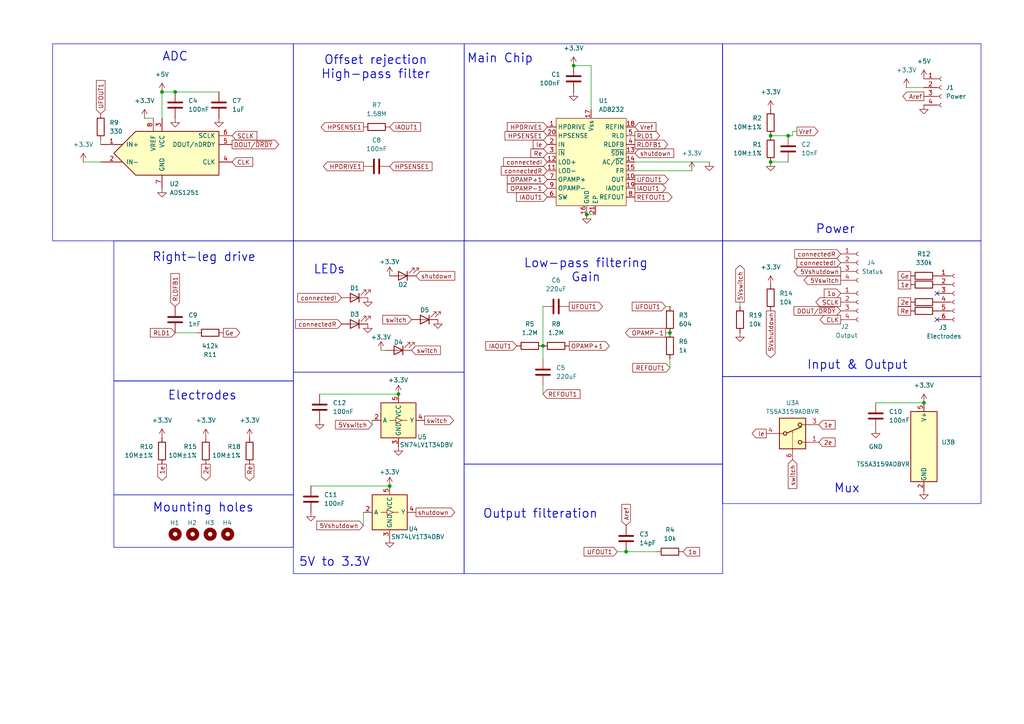
<source format=kicad_sch>
(kicad_sch (version 20231120) (generator "eeschema") (generator_version "8.0")
  (paper "A4")
  (title_block (title "Main BrainHat Bio-Potential Amplifier") (date "2024-09-27") (rev "R2") (company "BrainHat, LLC"))
  (lib_symbols
    (symbol "Analog_ADC:ADS1251" (pin_names (offset 1.016))
      (property "Reference" "U" (at -10.16 7.62 0))
      (property "Value" "ADS1251" (at 13.97 7.62 0))
      (symbol "ADS1251_0_1"
        (polyline (pts (xy 13.97 6.35) (xy -10.16 6.35) (xy -16.51 0) (xy -10.16 -6.35) (xy 11.43 -6.35) (xy 13.97 -6.35) (xy 13.97 6.35)) (stroke (width 0.254)) (fill (type background)))
      )
      (symbol "ADS1251_1_1"
        (pin input line (at -20.32 2.54 0) (length 6.35) (name "IN+") (number "1"))
        (pin input line (at -20.32 -2.54 0) (length 6.35) (name "IN-") (number "2"))
        (pin power_in line (at -2.54 10.16 270) (length 3.81) (name "VCC") (number "3"))
        (pin input line (at 17.78 -2.54 180) (length 3.81) (name "CLK") (number "4"))
        (pin output line (at 17.78 2.54 180) (length 3.81) (name "DOUT/nDRDY") (number "5"))
        (pin input line (at 17.78 5.08 180) (length 3.81) (name "SCLK") (number "6"))
        (pin power_in line (at -2.54 -10.16 90) (length 3.81) (name "GND") (number "7"))
        (pin input line (at -5.08 10.16 270) (length 3.81) (name "VREF") (number "8"))
      )
    )
    (symbol "Analog_Switch:TS5A3159ADBVR" (pin_names (offset 0.127))
      (property "Reference" "U" (at -3.175 4.699 0))
      (property "Value" "TS5A3159ADBVR" (at -3.175 2.921 0))
      (symbol "TS5A3159ADBVR_1_1"
        (rectangle (start -3.81 4.445) (end 3.81 -4.445) (stroke (width 0.254)) (fill (type background)))
        (circle (center -2.159 0) (radius 0.508) (stroke (width 0.254)))
        (polyline (pts (xy -5.08 0) (xy -2.794 0)))
        (polyline (pts (xy -1.651 0.127) (xy 2.54 1.905)) (stroke (width 0.254)))
        (polyline (pts (xy 0 -5.08) (xy 0 -4.572)))
        (polyline (pts (xy 0 -4.318) (xy 0 -4.064)))
        (polyline (pts (xy 0 -3.81) (xy 0 -3.556)))
        (polyline (pts (xy 0 -3.302) (xy 0 -3.048)))
        (polyline (pts (xy 0 -2.794) (xy 0 -2.54)))
        (polyline (pts (xy 0 -2.286) (xy 0 -2.032)))
        (polyline (pts (xy 0 -1.778) (xy 0 -1.524)))
        (polyline (pts (xy 0 -1.27) (xy 0 -1.016)))
        (polyline (pts (xy 0 -0.762) (xy 0 -0.508)))
        (polyline (pts (xy 0 -0.254) (xy 0 0)))
        (polyline (pts (xy 0 0.254) (xy 0 0.508)))
        (polyline (pts (xy 0 0.254) (xy 0 0.508)))
        (polyline (pts (xy 5.08 -2.54) (xy 2.794 -2.54)))
        (polyline (pts (xy 5.08 2.54) (xy 2.794 2.54)))
        (circle (center 2.159 -2.54) (radius 0.508) (stroke (width 0.254)))
        (circle (center 2.159 2.54) (radius 0.508) (stroke (width 0.254)))
        (pin passive line (at 7.62 -2.54 180) (length 2.54) (name "~") (number "1"))
        (pin passive line (at 7.62 2.54 180) (length 2.54) (name "~") (number "3"))
        (pin passive line (at -7.62 0 0) (length 2.54) (name "~") (number "4"))
        (pin input line (at 0 -7.62 90) (length 2.54) (name "~") (number "6"))
      )
      (symbol "TS5A3159ADBVR_2_0"
        (pin power_in line (at 0 -12.7 90) (length 2.54) (name "GND") (number "2"))
        (pin power_in line (at 0 12.7 270) (length 2.54) (name "V+") (number "5"))
      )
      (symbol "TS5A3159ADBVR_2_1"
        (rectangle (start -3.81 10.16) (end 3.81 -10.16) (stroke (width 0.254)) (fill (type background)))
      )
    )
    (symbol "Connector:Conn_01x04_Socket" (pin_names (offset 1.016) hide)
      (property "Reference" "J" (at 0 5.08 0))
      (property "Value" "Conn_01x04_Socket" (at 0 -7.62 0))
      (symbol "Conn_01x04_Socket_1_1"
        (arc (start 0 -4.572) (mid -0.5058 -5.08) (end 0 -5.588) (stroke (width 0.1524)))
        (arc (start 0 -2.032) (mid -0.5058 -2.54) (end 0 -3.048) (stroke (width 0.1524)))
        (polyline (pts (xy -1.27 -5.08) (xy -0.508 -5.08)) (stroke (width 0.1524)))
        (polyline (pts (xy -1.27 -2.54) (xy -0.508 -2.54)) (stroke (width 0.1524)))
        (polyline (pts (xy -1.27 0) (xy -0.508 0)) (stroke (width 0.1524)))
        (polyline (pts (xy -1.27 2.54) (xy -0.508 2.54)) (stroke (width 0.1524)))
        (arc (start 0 0.508) (mid -0.5058 0) (end 0 -0.508) (stroke (width 0.1524)))
        (arc (start 0 3.048) (mid -0.5058 2.54) (end 0 2.032) (stroke (width 0.1524)))
        (pin passive line (at -5.08 2.54 0) (length 3.81) (name "Pin_1") (number "1"))
        (pin passive line (at -5.08 0 0) (length 3.81) (name "Pin_2") (number "2"))
        (pin passive line (at -5.08 -2.54 0) (length 3.81) (name "Pin_3") (number "3"))
        (pin passive line (at -5.08 -5.08 0) (length 3.81) (name "Pin_4") (number "4"))
      )
    )
    (symbol "Connector:Conn_01x06_Socket" (pin_names (offset 1.016) hide)
      (property "Reference" "J" (at 0 7.62 0))
      (property "Value" "Conn_01x06_Socket" (at 0 -10.16 0))
      (symbol "Conn_01x06_Socket_1_1"
        (arc (start 0 -7.112) (mid -0.5058 -7.62) (end 0 -8.128) (stroke (width 0.1524)))
        (arc (start 0 -4.572) (mid -0.5058 -5.08) (end 0 -5.588) (stroke (width 0.1524)))
        (arc (start 0 -2.032) (mid -0.5058 -2.54) (end 0 -3.048) (stroke (width 0.1524)))
        (polyline (pts (xy -1.27 -7.62) (xy -0.508 -7.62)) (stroke (width 0.1524)))
        (polyline (pts (xy -1.27 -5.08) (xy -0.508 -5.08)) (stroke (width 0.1524)))
        (polyline (pts (xy -1.27 -2.54) (xy -0.508 -2.54)) (stroke (width 0.1524)))
        (polyline (pts (xy -1.27 0) (xy -0.508 0)) (stroke (width 0.1524)))
        (polyline (pts (xy -1.27 2.54) (xy -0.508 2.54)) (stroke (width 0.1524)))
        (polyline (pts (xy -1.27 5.08) (xy -0.508 5.08)) (stroke (width 0.1524)))
        (arc (start 0 0.508) (mid -0.5058 0) (end 0 -0.508) (stroke (width 0.1524)))
        (arc (start 0 3.048) (mid -0.5058 2.54) (end 0 2.032) (stroke (width 0.1524)))
        (arc (start 0 5.588) (mid -0.5058 5.08) (end 0 4.572) (stroke (width 0.1524)))
        (pin passive line (at -5.08 5.08 0) (length 3.81) (name "Pin_1") (number "1"))
        (pin passive line (at -5.08 2.54 0) (length 3.81) (name "Pin_2") (number "2"))
        (pin passive line (at -5.08 0 0) (length 3.81) (name "Pin_3") (number "3"))
        (pin passive line (at -5.08 -2.54 0) (length 3.81) (name "Pin_4") (number "4"))
        (pin passive line (at -5.08 -5.08 0) (length 3.81) (name "Pin_5") (number "5"))
        (pin passive line (at -5.08 -7.62 0) (length 3.81) (name "Pin_6") (number "6"))
      )
    )
    (symbol "Device:C" (pin_numbers hide) (pin_names (offset 0.254))
      (property "Reference" "C" (at 0.635 2.54 0))
      (property "Value" "C" (at 0.635 -2.54 0))
      (symbol "C_0_1"
        (polyline (pts (xy -2.032 -0.762) (xy 2.032 -0.762)) (stroke (width 0.508)))
        (polyline (pts (xy -2.032 0.762) (xy 2.032 0.762)) (stroke (width 0.508)))
      )
      (symbol "C_1_1"
        (pin passive line (at 0 3.81 270) (length 2.794) (name "~") (number "1"))
        (pin passive line (at 0 -3.81 90) (length 2.794) (name "~") (number "2"))
      )
    )
    (symbol "Device:LED" (pin_numbers hide) (pin_names (offset 1.016) hide)
      (property "Reference" "D" (at 0 2.54 0))
      (property "Value" "LED" (at 0 -2.54 0))
      (symbol "LED_0_1"
        (polyline (pts (xy -1.27 -1.27) (xy -1.27 1.27)) (stroke (width 0.254)))
        (polyline (pts (xy -1.27 0) (xy 1.27 0)))
        (polyline (pts (xy 1.27 -1.27) (xy 1.27 1.27) (xy -1.27 0) (xy 1.27 -1.27)) (stroke (width 0.254)))
        (polyline (pts (xy -3.048 -0.762) (xy -4.572 -2.286) (xy -3.81 -2.286) (xy -4.572 -2.286) (xy -4.572 -1.524)))
        (polyline (pts (xy -1.778 -0.762) (xy -3.302 -2.286) (xy -2.54 -2.286) (xy -3.302 -2.286) (xy -3.302 -1.524)))
      )
      (symbol "LED_1_1"
        (pin passive line (at -3.81 0 0) (length 2.54) (name "K") (number "1"))
        (pin passive line (at 3.81 0 180) (length 2.54) (name "A") (number "2"))
      )
    )
    (symbol "Device:R" (pin_numbers hide) (pin_names (offset 0))
      (property "Reference" "R" (at 2.032 0 90))
      (property "Value" "R" (at 0 0 90))
      (symbol "R_0_1"
        (rectangle (start -1.016 -2.54) (end 1.016 2.54) (stroke (width 0.254)))
      )
      (symbol "R_1_1"
        (pin passive line (at 0 3.81 270) (length 1.27) (name "~") (number "1"))
        (pin passive line (at 0 -3.81 90) (length 1.27) (name "~") (number "2"))
      )
    )
    (symbol "Logic_LevelTranslator:SN74LV1T34DBV"
      (property "Reference" "U" (at 5.08 6.35 0))
      (property "Value" "SN74LV1T34DBV" (at 5.08 3.81 0))
      (symbol "SN74LV1T34DBV_0_1"
        (rectangle (start -5.08 5.08) (end 5.08 -5.08) (stroke (width 0.254)) (fill (type background)))
        (polyline (pts (xy -0.762 0) (xy -2.54 0)))
        (polyline (pts (xy 1.016 0) (xy 2.54 0)))
      )
      (symbol "SN74LV1T34DBV_1_1"
        (polyline (pts (xy -0.762 -0.762) (xy -0.762 0.762) (xy 1.016 0) (xy -0.762 -0.762)))
        (pin no_connect line (at -5.08 2.54 0) (length 2.54) hide (name "NC") (number "1"))
        (pin input line (at -7.62 0 0) (length 2.54) (name "A") (number "2"))
        (pin power_in line (at 0 -7.62 90) (length 2.54) (name "GND") (number "3"))
        (pin output line (at 7.62 0 180) (length 2.54) (name "Y") (number "4"))
        (pin power_in line (at 0 7.62 270) (length 2.54) (name "VCC") (number "5"))
      )
    )
    (symbol "Mechanical:MountingHole" (pin_names (offset 1.016)) (exclude_from_sim yes) (in_bom no)
      (property "Reference" "H" (at 0 5.08 0))
      (property "Value" "MountingHole" (at 0 3.175 0))
      (symbol "MountingHole_0_1"
        (circle (center 0 0) (radius 1.27) (stroke (width 1.27)))
      )
    )
    (symbol "Personal:AD8232"
      (property "Reference" "U" (at 0 0 0))
      (property "Value" "AD8232" (at 0 4.826 0))
      (symbol "AD8232_0_1"
        (rectangle (start -10.16 12.7) (end 10.16 -12.7) (fill (type background)))
      )
      (symbol "AD8232_1_1"
        (pin output line (at -12.7 10.16 0) (length 2.54) (name "HPDRIVE") (number "1"))
        (pin output line (at 12.7 -5.08 180) (length 2.54) (name "OUT") (number "10"))
        (pin output line (at -12.7 -2.54 0) (length 2.54) (name "LOD-") (number "11"))
        (pin output line (at -12.7 0 0) (length 2.54) (name "LOD+") (number "12"))
        (pin input line (at 12.7 2.54 180) (length 2.54) (name "~{SDN}") (number "13"))
        (pin input line (at 12.7 0 180) (length 2.54) (name "AC/~{DC}") (number "14"))
        (pin input line (at 12.7 -2.54 180) (length 2.54) (name "FR") (number "15"))
        (pin power_in line (at -1.27 -15.24 90) (length 2.54) (name "GND") (number "16"))
        (pin power_in line (at 0 15.24 270) (length 2.54) (name "Vss") (number "17"))
        (pin input line (at 12.7 10.16 180) (length 2.54) (name "REFIN") (number "18"))
        (pin output line (at 12.7 -7.62 180) (length 2.54) (name "IAOUT") (number "19"))
        (pin input line (at -12.7 5.08 0) (length 2.54) (name "IN") (number "2"))
        (pin input line (at -12.7 7.62 0) (length 2.54) (name "HPSENSE") (number "20"))
        (pin passive line (at 1.27 -15.24 90) (length 2.54) (name "EP") (number "21"))
        (pin input line (at -12.7 2.54 0) (length 2.54) (name "~{IN}") (number "3"))
        (pin input line (at 12.7 5.08 180) (length 2.54) (name "RLDFB") (number "4"))
        (pin output line (at 12.7 7.62 180) (length 2.54) (name "RLD") (number "5"))
        (pin input line (at -12.7 -10.16 0) (length 2.54) (name "SW") (number "6"))
        (pin input line (at -12.7 -5.08 0) (length 2.54) (name "OPAMP+") (number "7"))
        (pin output line (at 12.7 -10.16 180) (length 2.54) (name "REFOUT") (number "8"))
        (pin input line (at -12.7 -7.62 0) (length 2.54) (name "OPAMP-") (number "9"))
      )
    )
    (symbol "power:+3.3V" (power) (pin_numbers hide) (pin_names (offset 0) hide)
      (property "Value" "+3.3V" (at 0 3.556 0))
      (symbol "+3.3V_0_1"
        (polyline (pts (xy -0.762 1.27) (xy 0 2.54)))
        (polyline (pts (xy 0 0) (xy 0 2.54)))
        (polyline (pts (xy 0 2.54) (xy 0.762 1.27)))
      )
      (symbol "+3.3V_1_1"
        (pin power_in line (at 0 0 90) (length 0) (name "~") (number "1"))
      )
    )
    (symbol "power:+5V" (power) (pin_numbers hide) (pin_names (offset 0) hide)
      (property "Value" "+5V" (at 0 3.556 0))
      (symbol "+5V_0_1"
        (polyline (pts (xy -0.762 1.27) (xy 0 2.54)))
        (polyline (pts (xy 0 0) (xy 0 2.54)))
        (polyline (pts (xy 0 2.54) (xy 0.762 1.27)))
      )
      (symbol "+5V_1_1"
        (pin power_in line (at 0 0 90) (length 0) (name "~") (number "1"))
      )
    )
    (symbol "power:GND" (power) (pin_numbers hide) (pin_names (offset 0) hide)
      (property "Value" "GND" (at 0 -3.81 0))
      (symbol "GND_0_1"
        (polyline (pts (xy 0 0) (xy 0 -1.27) (xy 1.27 -1.27) (xy 0 -2.54) (xy -1.27 -1.27) (xy 0 -1.27)))
      )
      (symbol "GND_1_1"
        (pin power_in line (at 0 0 270) (length 0) (name "~") (number "1"))
      )
    )
  )
  (junction (at 267.97 116.84))
  (junction (at 46.99 26.67))
  (junction (at 181.61 160.02))
  (junction (at 166.37 19.05))
  (junction (at 115.57 114.3))
  (junction (at 50.8 26.67))
  (junction (at 223.52 39.37))
  (junction (at 228.6 39.37))
  (junction (at 113.03 140.97))
  (junction (at 157.48 100.33))
  (junction (at 194.31 96.52))
  (junction (at 223.52 46.99))
  (junction (at 170.18 62.23))
  (no_connect (at 271.78 92.71))
  (no_connect (at 271.78 85.09))
  (wire (pts (xy 90.17 140.97) (xy 113.03 140.97)))
  (wire (pts (xy 229.87 39.37) (xy 228.6 39.37)))
  (wire (pts (xy 262.89 25.4) (xy 267.97 25.4)))
  (wire (pts (xy 107.95 123.19) (xy 107.95 121.92)))
  (wire (pts (xy 223.52 46.99) (xy 228.6 46.99)))
  (wire (pts (xy 29.21 40.64) (xy 29.21 41.91)))
  (wire (pts (xy 181.61 160.02) (xy 190.5 160.02)))
  (wire (pts (xy 46.99 26.67) (xy 46.99 34.29)))
  (wire (pts (xy 171.45 19.05) (xy 171.45 31.75)))
  (wire (pts (xy 170.18 62.23) (xy 172.72 62.23)))
  (wire (pts (xy 205.74 46.99) (xy 184.15 46.99)))
  (wire (pts (xy 223.52 39.37) (xy 228.6 39.37)))
  (wire (pts (xy 254 116.84) (xy 267.97 116.84)))
  (wire (pts (xy 229.87 38.1) (xy 229.87 39.37)))
  (wire (pts (xy 57.15 96.52) (xy 50.8 96.52)))
  (wire (pts (xy 200.66 49.53) (xy 184.15 49.53)))
  (wire (pts (xy 214.63 88.9) (xy 214.63 87.63)))
  (wire (pts (xy 46.99 26.67) (xy 50.8 26.67)))
  (wire (pts (xy 166.37 19.05) (xy 171.45 19.05)))
  (wire (pts (xy 194.31 88.9) (xy 193.04 88.9)))
  (wire (pts (xy 194.31 106.68) (xy 194.31 104.14)))
  (wire (pts (xy 41.91 34.29) (xy 44.45 34.29)))
  (wire (pts (xy 157.48 104.14) (xy 157.48 100.33)))
  (wire (pts (xy 92.71 114.3) (xy 115.57 114.3)))
  (wire (pts (xy 157.48 88.9) (xy 157.48 100.33)))
  (wire (pts (xy 181.61 160.02) (xy 179.07 160.02)))
  (wire (pts (xy 105.41 152.4) (xy 105.41 148.59)))
  (wire (pts (xy 24.13 46.99) (xy 29.21 46.99)))
  (wire (pts (xy 110.49 101.6) (xy 111.76 101.6)))
  (wire (pts (xy 194.31 96.52) (xy 193.04 96.52)))
  (wire (pts (xy 157.48 114.3) (xy 157.48 111.76)))
  (wire (pts (xy 50.8 26.67) (xy 63.5 26.67)))
  (wire (pts (xy 231.14 38.1) (xy 229.87 38.1)))
  (rectangle (start 209.55 69.85) (end 284.5308 109.22))
  (rectangle (start 134.62 12.7) (end 209.6008 69.85))
  (rectangle (start 85.09 107.95) (end 134.62 166.37))
  (rectangle (start 134.62 134.62) (end 209.6008 166.37))
  (rectangle (start 33.02 69.85) (end 85.09 110.49))
  (rectangle (start 209.55 12.7) (end 284.5308 69.85))
  (rectangle (start 33.02 143.51) (end 85.09 158.75))
  (rectangle (start 15.24 12.7) (end 85.09 69.85))
  (rectangle (start 33.02 110.49) (end 85.09 143.51))
  (rectangle (start 209.55 109.22) (end 284.5308 146.05))
  (rectangle (start 85.09 69.85) (end 134.62 107.95))
  (rectangle (start 134.62 69.85) (end 209.6008 134.62))
  (rectangle (start 85.09 12.7) (end 134.6708 69.85))
  (text "5V to 3.3V" (at 97.028 163.068 0) (effects (font (size 2.54 2.54) (thickness 0.254) (bold yes))))
  (text "Low-pass filtering\nGain" (at 169.926 78.486 0) (effects (font (size 2.54 2.54) (thickness 0.254) (bold yes))))
  (text "Mounting holes" (at 58.928 147.32 0) (effects (font (size 2.54 2.54) (thickness 0.254) (bold yes))))
  (text "Power" (at 242.316 66.548 0) (effects (font (size 2.54 2.54) (thickness 0.254) (bold yes))))
  (text "Output filteration" (at 156.718 149.098 0) (effects (font (size 2.54 2.54) (thickness 0.254) (bold yes))))
  (text "ADC" (at 50.8 16.51 0) (effects (font (size 2.54 2.54) (thickness 0.254) (bold yes))))
  (text "Right-leg drive" (at 59.182 74.676 0) (effects (font (size 2.54 2.54) (thickness 0.254) (bold yes))))
  (text "LEDs" (at 95.504 78.232 0) (effects (font (size 2.54 2.54) (thickness 0.254) (bold yes))))
  (text "Mux" (at 245.618 141.732 0) (effects (font (size 2.54 2.54) (thickness 0.254) (bold yes))))
  (text "Input & Output" (at 248.666 105.918 0) (effects (font (size 2.54 2.54) (thickness 0.254) (bold yes))))
  (text "Main Chip" (at 145.034 17.018 0) (effects (font (size 2.54 2.54) (thickness 0.254) (bold yes))))
  (text "Offset rejection\nHigh-pass filter" (at 108.966 19.558 0) (effects (font (size 2.54 2.54) (thickness 0.254) (bold yes))))
  (text "Electrodes" (at 58.674 114.808 0) (effects (font (size 2.54 2.54) (thickness 0.254) (bold yes))))
  (global_label "UFOUT1" (shape output) (at 184.15 52.07 0) (property "Intersheetrefs" "${INTERSHEET_REFS}" (effects (hide yes))))
  (global_label "Re" (shape passive) (at 264.16 90.17 180) (property "Intersheetrefs" "${INTERSHEET_REFS}" (effects (hide yes))))
  (global_label "connectedI" (shape input) (at 158.75 46.99 180) (property "Intersheetrefs" "${INTERSHEET_REFS}" (effects (hide yes))))
  (global_label "REFOUT1" (shape output) (at 184.15 57.15 0) (property "Intersheetrefs" "${INTERSHEET_REFS}" (effects (hide yes))))
  (global_label "SCLK" (shape input) (at 67.31 39.37 0) (property "Intersheetrefs" "${INTERSHEET_REFS}" (effects (hide yes))))
  (global_label "CLK" (shape input) (at 67.31 46.99 0) (property "Intersheetrefs" "${INTERSHEET_REFS}" (effects (hide yes))))
  (global_label "HPSENSE1" (shape input) (at 113.03 48.26 0) (property "Intersheetrefs" "${INTERSHEET_REFS}" (effects (hide yes))))
  (global_label "shutdown" (shape input) (at 120.65 80.01 0) (property "Intersheetrefs" "${INTERSHEET_REFS}" (effects (hide yes))))
  (global_label "UFOUT1" (shape input) (at 179.07 160.02 180) (property "Intersheetrefs" "${INTERSHEET_REFS}" (effects (hide yes))))
  (global_label "REFOUT1" (shape input) (at 194.31 106.68 180) (property "Intersheetrefs" "${INTERSHEET_REFS}" (effects (hide yes))))
  (global_label "Ie" (shape output) (at 222.25 125.73 180) (property "Intersheetrefs" "${INTERSHEET_REFS}" (effects (hide yes))))
  (global_label "Ge" (shape passive) (at 264.16 80.01 180) (property "Intersheetrefs" "${INTERSHEET_REFS}" (effects (hide yes))))
  (global_label "2e" (shape output) (at 59.69 134.62 270) (property "Intersheetrefs" "${INTERSHEET_REFS}" (effects (hide yes))))
  (global_label "shutdown" (shape output) (at 120.65 148.59 0) (property "Intersheetrefs" "${INTERSHEET_REFS}" (effects (hide yes))))
  (global_label "IAOUT1" (shape input) (at 113.03 36.83 0) (property "Intersheetrefs" "${INTERSHEET_REFS}" (effects (hide yes))))
  (global_label "5Vswitch" (shape output) (at 214.63 87.63 90) (property "Intersheetrefs" "${INTERSHEET_REFS}" (effects (hide yes))))
  (global_label "CLK" (shape output) (at 243.84 92.71 180) (property "Intersheetrefs" "${INTERSHEET_REFS}" (effects (hide yes))))
  (global_label "IAOUT1" (shape input) (at 149.86 100.33 180) (property "Intersheetrefs" "${INTERSHEET_REFS}" (effects (hide yes))))
  (global_label "RLDFB1" (shape input) (at 50.8 88.9 90) (property "Intersheetrefs" "${INTERSHEET_REFS}" (effects (hide yes))))
  (global_label "switch" (shape input) (at 119.38 101.6 0) (property "Intersheetrefs" "${INTERSHEET_REFS}" (effects (hide yes))))
  (global_label "Vref" (shape output) (at 231.14 38.1 0) (property "Intersheetrefs" "${INTERSHEET_REFS}" (effects (hide yes))))
  (global_label "RLD1" (shape output) (at 184.15 39.37 0) (property "Intersheetrefs" "${INTERSHEET_REFS}" (effects (hide yes))))
  (global_label "SCLK" (shape output) (at 243.84 87.63 180) (property "Intersheetrefs" "${INTERSHEET_REFS}" (effects (hide yes))))
  (global_label "connectedR" (shape input) (at 99.06 93.98 180) (property "Intersheetrefs" "${INTERSHEET_REFS}" (effects (hide yes))))
  (global_label "IAOUT1" (shape output) (at 184.15 54.61 0) (property "Intersheetrefs" "${INTERSHEET_REFS}" (effects (hide yes))))
  (global_label "1o" (shape input) (at 198.12 160.02 0) (property "Intersheetrefs" "${INTERSHEET_REFS}" (effects (hide yes))))
  (global_label "OPAMP-1" (shape input) (at 158.75 54.61 180) (property "Intersheetrefs" "${INTERSHEET_REFS}" (effects (hide yes))))
  (global_label "REFOUT1" (shape input) (at 157.48 114.3 0) (property "Intersheetrefs" "${INTERSHEET_REFS}" (effects (hide yes))))
  (global_label "1e" (shape input) (at 237.49 123.19 0) (property "Intersheetrefs" "${INTERSHEET_REFS}" (effects (hide yes))))
  (global_label "RLDFB1" (shape output) (at 184.15 41.91 0) (property "Intersheetrefs" "${INTERSHEET_REFS}" (effects (hide yes))))
  (global_label "Re" (shape input) (at 158.75 44.45 180) (property "Intersheetrefs" "${INTERSHEET_REFS}" (effects (hide yes))))
  (global_label "HPDRIVE1" (shape input) (at 158.75 36.83 180) (property "Intersheetrefs" "${INTERSHEET_REFS}" (effects (hide yes))))
  (global_label "Ge" (shape output) (at 64.77 96.52 0) (property "Intersheetrefs" "${INTERSHEET_REFS}" (effects (hide yes))))
  (global_label "OPAMP+1" (shape input) (at 158.75 52.07 180) (property "Intersheetrefs" "${INTERSHEET_REFS}" (effects (hide yes))))
  (global_label "2e" (shape passive) (at 264.16 87.63 180) (property "Intersheetrefs" "${INTERSHEET_REFS}" (effects (hide yes))))
  (global_label "connectedI" (shape input) (at 243.84 76.2 180) (property "Intersheetrefs" "${INTERSHEET_REFS}" (effects (hide yes))))
  (global_label "1e" (shape output) (at 46.99 134.62 270) (property "Intersheetrefs" "${INTERSHEET_REFS}" (effects (hide yes))))
  (global_label "5Vshutdown" (shape output) (at 223.52 90.17 270) (property "Intersheetrefs" "${INTERSHEET_REFS}" (effects (hide yes))))
  (global_label "Ie" (shape input) (at 158.75 41.91 180) (property "Intersheetrefs" "${INTERSHEET_REFS}" (effects (hide yes))))
  (global_label "connectedI" (shape input) (at 99.06 86.36 180) (property "Intersheetrefs" "${INTERSHEET_REFS}" (effects (hide yes))))
  (global_label "shutdown" (shape input) (at 184.15 44.45 0) (property "Intersheetrefs" "${INTERSHEET_REFS}" (effects (hide yes))))
  (global_label "2e" (shape input) (at 237.49 128.27 0) (property "Intersheetrefs" "${INTERSHEET_REFS}" (effects (hide yes))))
  (global_label "1o" (shape input) (at 243.84 85.09 180) (property "Intersheetrefs" "${INTERSHEET_REFS}" (effects (hide yes))))
  (global_label "IAOUT1" (shape input) (at 158.75 57.15 180) (property "Intersheetrefs" "${INTERSHEET_REFS}" (effects (hide yes))))
  (global_label "OPAMP+1" (shape output) (at 165.1 100.33 0) (property "Intersheetrefs" "${INTERSHEET_REFS}" (effects (hide yes))))
  (global_label "5Vshutdown" (shape output) (at 243.84 78.74 180) (property "Intersheetrefs" "${INTERSHEET_REFS}" (effects (hide yes))))
  (global_label "Vref" (shape input) (at 184.15 36.83 0) (property "Intersheetrefs" "${INTERSHEET_REFS}" (effects (hide yes))))
  (global_label "UFOUT1" (shape input) (at 193.04 88.9 180) (property "Intersheetrefs" "${INTERSHEET_REFS}" (effects (hide yes))))
  (global_label "OPAMP-1" (shape output) (at 193.04 96.52 180) (property "Intersheetrefs" "${INTERSHEET_REFS}" (effects (hide yes))))
  (global_label "5Vswitch" (shape input) (at 107.95 123.19 180) (property "Intersheetrefs" "${INTERSHEET_REFS}" (effects (hide yes))))
  (global_label "RLD1" (shape input) (at 50.8 96.52 180) (property "Intersheetrefs" "${INTERSHEET_REFS}" (effects (hide yes))))
  (global_label "UFOUT1" (shape output) (at 165.1 88.9 0) (property "Intersheetrefs" "${INTERSHEET_REFS}" (effects (hide yes))))
  (global_label "UFOUT1" (shape input) (at 29.21 33.02 90) (property "Intersheetrefs" "${INTERSHEET_REFS}" (effects (hide yes))))
  (global_label "DOUT{slash}~{DRDY}" (shape output) (at 67.31 41.91 0) (property "Intersheetrefs" "${INTERSHEET_REFS}" (effects (hide yes))))
  (global_label "switch" (shape input) (at 119.38 92.71 180) (property "Intersheetrefs" "${INTERSHEET_REFS}" (effects (hide yes))))
  (global_label "switch" (shape input) (at 229.87 133.35 270) (property "Intersheetrefs" "${INTERSHEET_REFS}" (effects (hide yes))))
  (global_label "connectedR" (shape input) (at 158.75 49.53 180) (property "Intersheetrefs" "${INTERSHEET_REFS}" (effects (hide yes))))
  (global_label "5Vshutdown" (shape input) (at 105.41 152.4 180) (property "Intersheetrefs" "${INTERSHEET_REFS}" (effects (hide yes))))
  (global_label "HPSENSE1" (shape output) (at 105.41 36.83 180) (property "Intersheetrefs" "${INTERSHEET_REFS}" (effects (hide yes))))
  (global_label "switch" (shape output) (at 123.19 121.92 0) (property "Intersheetrefs" "${INTERSHEET_REFS}" (effects (hide yes))))
  (global_label "Re" (shape output) (at 72.39 134.62 270) (property "Intersheetrefs" "${INTERSHEET_REFS}" (effects (hide yes))))
  (global_label "DOUT{slash}~{DRDY}" (shape input) (at 243.84 90.17 180) (property "Intersheetrefs" "${INTERSHEET_REFS}" (effects (hide yes))))
  (global_label "HPSENSE1" (shape input) (at 158.75 39.37 180) (property "Intersheetrefs" "${INTERSHEET_REFS}" (effects (hide yes))))
  (global_label "Aref" (shape input) (at 181.61 152.4 90) (property "Intersheetrefs" "${INTERSHEET_REFS}" (effects (hide yes))))
  (global_label "connectedR" (shape input) (at 243.84 73.66 180) (property "Intersheetrefs" "${INTERSHEET_REFS}" (effects (hide yes))))
  (global_label "1e" (shape passive) (at 264.16 82.55 180) (property "Intersheetrefs" "${INTERSHEET_REFS}" (effects (hide yes))))
  (global_label "5Vswitch" (shape output) (at 243.84 81.28 180) (property "Intersheetrefs" "${INTERSHEET_REFS}" (effects (hide yes))))
  (global_label "HPDRIVE1" (shape output) (at 105.41 48.26 180) (property "Intersheetrefs" "${INTERSHEET_REFS}" (effects (hide yes))))
  (global_label "Aref" (shape output) (at 267.97 27.94 180) (property "Intersheetrefs" "${INTERSHEET_REFS}" (effects (hide yes))))
  (symbol (lib_id "power:GND") (at 106.68 93.98 0) (unit 1)
    (property "Reference" "#PWR036" (effects (hide yes)))
    (property "Value" "GND" (effects (hide yes)))
    (property "Description" "Power symbol creates a global label with name \"GND\" , ground" (effects (hide yes)))
  )
  (symbol (lib_id "Device:R") (at 194.31 160.02 270) (unit 1)
    (property "Reference" "R4" (at 194.31 153.67 90))
    (property "Value" "10k" (at 194.31 156.21 90))
    (property "Footprint" "Resistor_SMD:R_1206_3216Metric" (effects (hide yes)))
    (property "Description" "Resistor, US symbol" (effects (hide yes)))
    (property "LCSC Part #" "C17902" (effects (hide yes)))
  )
  (symbol (lib_id "Device:R") (at 29.21 36.83 0) (unit 1)
    (property "Reference" "R9" (at 31.75 35.5599 0) (effects (justify left)))
    (property "Value" "330" (at 31.75 38.0999 0) (effects (justify left)))
    (property "Footprint" "Resistor_SMD:R_0402_1005Metric" (effects (hide yes)))
    (property "Description" "Resistor" (effects (hide yes)))
    (property "LCSC Part #" "C2906929" (effects (hide yes)))
  )
  (symbol (lib_id "power:+3.3V") (at 223.52 31.75 0) (unit 1)
    (property "Reference" "#PWR013" (effects (hide yes)))
    (property "Value" "+3.3V" (at 223.52 26.67 0))
    (property "Description" "Power symbol creates a global label with name \"+3.3V\"" (effects (hide yes)))
  )
  (symbol (lib_id "Device:C") (at 166.37 22.86 0) (mirror y) (unit 1)
    (property "Reference" "C1" (at 162.56 21.5899 0) (effects (justify left)))
    (property "Value" "100nF" (at 162.56 24.1299 0) (effects (justify left)))
    (property "Footprint" "Capacitor_SMD:C_1210_3225Metric" (effects (hide yes)))
    (property "Description" "Unpolarized capacitor" (effects (hide yes)))
    (property "LCSC Part #" "C569766" (effects (hide yes)))
  )
  (symbol (lib_id "power:GND") (at 254 124.46 0) (unit 1)
    (property "Reference" "#PWR09" (effects (hide yes)))
    (property "Value" "GND" (at 254 129.54 0))
    (property "Description" "Power symbol creates a global label with name \"GND\" , ground" (effects (hide yes)))
  )
  (symbol (lib_id "Device:C") (at 157.48 107.95 180) (unit 1)
    (property "Reference" "C5" (at 161.29 106.6799 0) (effects (justify right)))
    (property "Value" "220uF" (at 161.29 109.2199 0) (effects (justify right)))
    (property "Footprint" "Capacitor_SMD:C_Elec_6.3x5.4" (effects (hide yes)))
    (property "Description" "Unpolarized capacitor" (effects (hide yes)))
    (property "LCSC Part #" "C90275" (effects (hide yes)))
  )
  (symbol (lib_id "power:+3.3V") (at 59.69 127 0) (unit 1)
    (property "Reference" "#PWR023" (effects (hide yes)))
    (property "Value" "+3.3V" (at 59.69 121.92 0))
    (property "Description" "Power symbol creates a global label with name \"+3.3V\"" (effects (hide yes)))
  )
  (symbol (lib_id "Device:C") (at 109.22 48.26 90) (unit 1)
    (property "Reference" "C8" (at 109.22 40.64 90))
    (property "Value" "100nF" (at 109.22 43.18 90))
    (property "Footprint" "Capacitor_SMD:C_1210_3225Metric" (effects (hide yes)))
    (property "Description" "Unpolarized capacitor" (effects (hide yes)))
    (property "LCSC Part #" "C569766" (effects (hide yes)))
  )
  (symbol (lib_id "power:+3.3V") (at 113.03 140.97 0) (unit 1)
    (property "Reference" "#PWR025" (effects (hide yes)))
    (property "Value" "+3.3V" (at 109.982 136.906 0) (effects (justify left)))
    (property "Description" "Power symbol creates a global label with name \"+3.3V\"" (effects (hide yes)))
  )
  (symbol (lib_id "Device:LED") (at 123.19 92.71 180) (unit 1)
    (property "Reference" "D5" (at 123.19 89.916 0))
    (property "Value" "XL-1608UGC-04" (effects (hide yes)))
    (property "Footprint" "LED_SMD:LED_0603_1608Metric" (effects (hide yes)))
    (property "Description" "Light emitting diode" (effects (hide yes)))
    (property "LCSC Part #" "C965804" (effects (hide yes)))
  )
  (symbol (lib_id "power:+3.3V") (at 200.66 49.53 0) (unit 1)
    (property "Reference" "#PWR018" (effects (hide yes)))
    (property "Value" "+3.3V" (at 200.66 44.45 0))
    (property "Description" "Power symbol creates a global label with name \"+3.3V\"" (effects (hide yes)))
  )
  (symbol (lib_id "Device:C") (at 228.6 43.18 0) (unit 1)
    (property "Reference" "C2" (at 232.41 41.9099 0) (effects (justify left)))
    (property "Value" "10nF" (at 232.41 44.4499 0) (effects (justify left)))
    (property "Footprint" "Capacitor_THT:C_Disc_D12.0mm_W4.4mm_P7.75mm" (effects (hide yes)))
    (property "Description" "Unpolarized capacitor" (effects (hide yes)))
    (property "LCSC Part #" "C2896242" (effects (hide yes)))
  )
  (symbol (lib_id "Device:C") (at 63.5 30.48 0) (unit 1)
    (property "Reference" "C7" (at 67.31 29.2099 0) (effects (justify left)))
    (property "Value" "1uF" (at 67.31 31.7499 0) (effects (justify left)))
    (property "Footprint" "Capacitor_THT:C_Disc_D5.1mm_W3.2mm_P5.00mm" (effects (hide yes)))
    (property "Description" "Unpolarized capacitor" (effects (hide yes)))
    (property "LCSC Part #" "C2839237" (effects (hide yes)))
  )
  (symbol (lib_id "Analog_ADC:ADS1251") (at 49.53 44.45 0) (unit 1)
    (property "Reference" "U2" (at 49.1841 53.34 0) (effects (justify left)))
    (property "Value" "ADS1251" (at 49.1841 55.88 0) (effects (justify left)))
    (property "Footprint" "Package_SO:MSOP-8_3x3mm_P0.65mm" (effects (hide yes)))
    (property "Datasheet" "http://www.ti.com/lit/ds/symlink/ads1251.pdf" (effects (hide yes)))
    (property "Description" "Single channel 24-bit Analog to Digital Converter, 5V supply, differential input, 20kHz, 2-wire serial interface, SOIC-8" (effects (hide yes)))
  )
  (symbol (lib_id "power:+3.3V") (at 115.57 114.3 0) (unit 1)
    (property "Reference" "#PWR010" (effects (hide yes)))
    (property "Value" "+3.3V" (at 112.522 110.236 0) (effects (justify left)))
    (property "Description" "Power symbol creates a global label with name \"+3.3V\"" (effects (hide yes)))
  )
  (symbol (lib_id "Device:LED") (at 102.87 93.98 180) (unit 1)
    (property "Reference" "D3" (at 102.87 91.186 0))
    (property "Value" "XL-2012UWC" (effects (hide yes)))
    (property "Footprint" "LED_SMD:LED_0805_2012Metric" (effects (hide yes)))
    (property "Description" "Light emitting diode" (effects (hide yes)))
    (property "LCSC Part #" "C965818" (effects (hide yes)))
  )
  (symbol (lib_id "Device:R") (at 267.97 82.55 90) (unit 1)
    (property "Reference" "R13" (effects (hide yes)))
    (property "Value" "330k" (effects (hide yes)))
    (property "Footprint" "Resistor_SMD:R_0402_1005Metric" (effects (hide yes)))
    (property "Description" "Resistor" (effects (hide yes)))
    (property "LCSC Part #" " C3017599" (effects (hide yes)))
  )
  (symbol (lib_id "power:GND") (at 46.99 54.61 0) (unit 1)
    (property "Reference" "#PWR030" (effects (hide yes)))
    (property "Value" "GND" (effects (hide yes)))
    (property "Description" "Power symbol creates a global label with name \"GND\" , ground" (effects (hide yes)))
  )
  (symbol (lib_id "power:GND") (at 63.5 34.29 0) (mirror y) (unit 1)
    (property "Reference" "#PWR032" (effects (hide yes)))
    (property "Value" "GND" (effects (hide yes)))
    (property "Description" "Power symbol creates a global label with name \"GND\" , ground" (effects (hide yes)))
  )
  (symbol (lib_id "Personal:AD8232") (at 171.45 46.99 0) (unit 1)
    (property "Reference" "U1" (at 173.6441 29.21 0) (effects (justify left)))
    (property "Value" "AD8232" (at 173.6441 31.75 0) (effects (justify left)))
    (property "Footprint" "Package_CSP:LFCSP-20-1EP_4x4mm_P0.5mm_EP2.5x2.5mm" (effects (hide yes)))
    (property "Datasheet" "https://www.analog.com/media/en/technical-documentation/data-sheets/ad8232.pdf" (effects (hide yes)))
    (property "Description" "Integrated signal conditioning block for ECG and other biopotential measurement applications" (effects (hide yes)))
    (property "LCSC Part #" " C43216" (effects (hide yes)))
  )
  (symbol (lib_id "Device:C") (at 90.17 144.78 0) (unit 1)
    (property "Reference" "C11" (at 93.98 143.5099 0) (effects (justify left)))
    (property "Value" "100nF" (at 93.98 146.0499 0) (effects (justify left)))
    (property "Footprint" "Capacitor_SMD:C_1210_3225Metric" (effects (hide yes)))
    (property "Description" "Unpolarized capacitor" (effects (hide yes)))
    (property "LCSC Part #" "C569766" (effects (hide yes)))
  )
  (symbol (lib_id "Device:LED") (at 115.57 101.6 180) (unit 1)
    (property "Reference" "D4" (at 115.57 99.314 0))
    (property "Value" "XL-1608UGC-04" (effects (hide yes)))
    (property "Footprint" "LED_SMD:LED_0603_1608Metric" (effects (hide yes)))
    (property "Description" "Light emitting diode" (effects (hide yes)))
    (property "LCSC Part #" "C965804" (effects (hide yes)))
  )
  (symbol (lib_id "power:+3.3V") (at 46.99 127 0) (unit 1)
    (property "Reference" "#PWR021" (effects (hide yes)))
    (property "Value" "+3.3V" (at 46.99 121.92 0))
    (property "Description" "Power symbol creates a global label with name \"+3.3V\"" (effects (hide yes)))
  )
  (symbol (lib_id "power:+3.3V") (at 166.37 19.05 0) (unit 1)
    (property "Reference" "#PWR05" (effects (hide yes)))
    (property "Value" "+3.3V" (at 166.37 13.97 0))
    (property "Description" "Power symbol creates a global label with name \"+3.3V\"" (effects (hide yes)))
  )
  (symbol (lib_id "Device:LED") (at 102.87 86.36 180) (unit 1)
    (property "Reference" "D1" (at 102.87 83.566 0))
    (property "Value" "XL-2012UWC" (effects (hide yes)))
    (property "Footprint" "LED_SMD:LED_0805_2012Metric" (effects (hide yes)))
    (property "Description" "Light emitting diode" (effects (hide yes)))
    (property "LCSC Part #" "C965818" (effects (hide yes)))
  )
  (symbol (lib_id "power:+3.3V") (at 41.91 34.29 0) (unit 1)
    (property "Reference" "#PWR033" (effects (hide yes)))
    (property "Value" "+3.3V" (at 41.91 29.21 0))
    (property "Description" "Power symbol creates a global label with name \"+3.3V\"" (effects (hide yes)))
  )
  (symbol (lib_id "Device:C") (at 92.71 118.11 0) (unit 1)
    (property "Reference" "C12" (at 96.52 116.8399 0) (effects (justify left)))
    (property "Value" "100nF" (at 96.52 119.3799 0) (effects (justify left)))
    (property "Footprint" "Capacitor_SMD:C_1210_3225Metric" (effects (hide yes)))
    (property "Description" "Unpolarized capacitor" (effects (hide yes)))
    (property "LCSC Part #" "C569766" (effects (hide yes)))
  )
  (symbol (lib_id "Device:R") (at 194.31 92.71 0) (unit 1)
    (property "Reference" "R3" (at 196.85 91.4399 0) (effects (justify left)))
    (property "Value" "604" (at 196.85 93.9799 0) (effects (justify left)))
    (property "Footprint" "Resistor_SMD:R_0402_1005Metric" (effects (hide yes)))
    (property "Description" "Resistor" (effects (hide yes)))
    (property "LCSC Part #" "C2998094" (effects (hide yes)))
  )
  (symbol (lib_id "Device:R") (at 161.29 100.33 90) (unit 1)
    (property "Reference" "R8" (at 161.29 93.98 90))
    (property "Value" "1.2M" (at 161.29 96.52 90))
    (property "Footprint" "Resistor_SMD:R_0402_1005Metric" (effects (hide yes)))
    (property "Description" "Resistor" (effects (hide yes)))
    (property "LCSC Part #" " C43675" (effects (hide yes)))
  )
  (symbol (lib_id "power:+5V") (at 267.97 22.86 0) (unit 1)
    (property "Reference" "#PWR028" (effects (hide yes)))
    (property "Value" "+5V" (at 267.97 17.78 0))
    (property "Description" "Power symbol creates a global label with name \"+5V\"" (effects (hide yes)))
  )
  (symbol (lib_id "power:GND") (at 113.03 156.21 0) (unit 1)
    (property "Reference" "#PWR027" (effects (hide yes)))
    (property "Value" "GND" (effects (hide yes)))
    (property "Description" "Power symbol creates a global label with name \"GND\" , ground" (effects (hide yes)))
  )
  (symbol (lib_id "power:GND") (at 115.57 129.54 0) (unit 1)
    (property "Reference" "#PWR020" (effects (hide yes)))
    (property "Value" "GND" (effects (hide yes)))
    (property "Description" "Power symbol creates a global label with name \"GND\" , ground" (effects (hide yes)))
  )
  (symbol (lib_id "power:GND") (at 205.74 46.99 0) (unit 1)
    (property "Reference" "#PWR07" (effects (hide yes)))
    (property "Value" "GND" (effects (hide yes)))
    (property "Description" "Power symbol creates a global label with name \"GND\" , ground" (effects (hide yes)))
  )
  (symbol (lib_id "power:GND") (at 90.17 148.59 0) (unit 1)
    (property "Reference" "#PWR026" (effects (hide yes)))
    (property "Value" "GND" (effects (hide yes)))
    (property "Description" "Power symbol creates a global label with name \"GND\" , ground" (effects (hide yes)))
  )
  (symbol (lib_id "power:+5V") (at 46.99 26.67 0) (unit 1)
    (property "Reference" "#PWR029" (effects (hide yes)))
    (property "Value" "+5V" (at 46.99 21.59 0))
    (property "Description" "Power symbol creates a global label with name \"+5V\"" (effects (hide yes)))
  )
  (symbol (lib_id "Connector:Conn_01x06_Socket") (at 276.86 85.09 0) (unit 1)
    (property "Reference" "J3" (at 272.288 94.996 0) (effects (justify left)))
    (property "Value" "Electrodes" (at 268.732 97.536 0) (effects (justify left)))
    (property "Footprint" "Connector_PinHeader_2.54mm:PinHeader_1x06_P2.54mm_Vertical" (effects (hide yes)))
    (property "Description" "Generic connector, single row, 01x06, script generated" (effects (hide yes)))
    (property "LCSC Part #" " C7509518" (effects (hide yes)))
  )
  (symbol (lib_id "power:GND") (at 223.52 46.99 0) (unit 1)
    (property "Reference" "#PWR012" (effects (hide yes)))
    (property "Value" "GND" (effects (hide yes)))
    (property "Description" "Power symbol creates a global label with name \"GND\" , ground" (effects (hide yes)))
  )
  (symbol (lib_id "Device:R") (at 267.97 80.01 90) (unit 1)
    (property "Reference" "R12" (at 267.97 73.66 90))
    (property "Value" "330k" (at 267.97 76.2 90))
    (property "Footprint" "Resistor_SMD:R_0402_1005Metric" (effects (hide yes)))
    (property "Description" "Resistor" (effects (hide yes)))
    (property "LCSC Part #" " C3017599" (effects (hide yes)))
  )
  (symbol (lib_id "power:GND") (at 267.97 142.24 0) (unit 1)
    (property "Reference" "#PWR014" (effects (hide yes)))
    (property "Value" "GND" (effects (hide yes)))
    (property "Description" "Power symbol creates a global label with name \"GND\" , ground" (effects (hide yes)))
  )
  (symbol (lib_id "Device:C") (at 181.61 156.21 0) (unit 1)
    (property "Reference" "C3" (at 185.42 154.9399 0) (effects (justify left)))
    (property "Value" "14pF" (at 185.42 157.4799 0) (effects (justify left)))
    (property "Footprint" "Capacitor_SMD:C_0402_1005Metric" (effects (hide yes)))
    (property "Description" "Unpolarized capacitor" (effects (hide yes)))
    (property "LCSC Part #" "C3037644" (effects (hide yes)))
  )
  (symbol (lib_id "Device:R") (at 223.52 35.56 0) (mirror y) (unit 1)
    (property "Reference" "R2" (at 220.98 34.2899 0) (effects (justify left)))
    (property "Value" "10M±1%" (at 220.98 36.8299 0) (effects (justify left)))
    (property "Footprint" "Resistor_THT:R_Axial_DIN0309_L9.0mm_D3.2mm_P15.24mm_Horizontal" (effects (hide yes)))
    (property "Description" "Resistor" (effects (hide yes)))
    (property "LCSC Part #" "C2979775" (effects (hide yes)))
  )
  (symbol (lib_id "Logic_LevelTranslator:SN74LV1T34DBV") (at 115.57 121.92 0) (unit 1)
    (property "Reference" "U5" (at 122.428 126.746 0))
    (property "Value" "SN74LV1T34DBV" (at 123.698 129.032 0))
    (property "Footprint" "Package_TO_SOT_SMD:SOT-23-5" (effects (hide yes)))
    (property "Datasheet" "https://www.ti.com/lit/ds/symlink/sn74lv1t34.pdf" (effects (hide yes)))
    (property "Description" "Single Power Supply, Single Buffer GATE, CMOS Logic, Level Shifter, SOT-23-5" (effects (hide yes)))
    (property "LCSC Part #" "C100024" (effects (hide yes)))
  )
  (symbol (lib_id "Device:R") (at 46.99 130.81 0) (mirror y) (unit 1)
    (property "Reference" "R10" (at 44.45 129.5399 0) (effects (justify left)))
    (property "Value" "10M±1%" (at 44.45 132.0799 0) (effects (justify left)))
    (property "Footprint" "Resistor_THT:R_Axial_DIN0309_L9.0mm_D3.2mm_P15.24mm_Horizontal" (effects (hide yes)))
    (property "Description" "Resistor" (effects (hide yes)))
    (property "LCSC Part #" "C2979775" (effects (hide yes)))
  )
  (symbol (lib_id "power:GND") (at 267.97 30.48 0) (unit 1)
    (property "Reference" "#PWR01" (effects (hide yes)))
    (property "Value" "GND" (effects (hide yes)))
    (property "Description" "Power symbol creates a global label with name \"GND\" , ground" (effects (hide yes)))
  )
  (symbol (lib_id "power:GND") (at 170.18 62.23 0) (unit 1)
    (property "Reference" "#PWR04" (effects (hide yes)))
    (property "Value" "GND" (effects (hide yes)))
    (property "Description" "Power symbol creates a global label with name \"GND\" , ground" (effects (hide yes)))
  )
  (symbol (lib_id "power:GND") (at 214.63 96.52 0) (unit 1)
    (property "Reference" "#PWR011" (effects (hide yes)))
    (property "Value" "GND" (effects (hide yes)))
    (property "Description" "Power symbol creates a global label with name \"GND\" , ground" (effects (hide yes)))
  )
  (symbol (lib_id "power:+3.3V") (at 110.49 101.6 0) (unit 1)
    (property "Reference" "#PWR019" (effects (hide yes)))
    (property "Value" "+3.3V" (at 110.49 97.79 0))
    (property "Description" "Power symbol creates a global label with name \"+3.3V\"" (effects (hide yes)))
  )
  (symbol (lib_id "Device:R") (at 109.22 36.83 90) (unit 1)
    (property "Reference" "R7" (at 109.22 30.48 90))
    (property "Value" "1.58M" (at 109.22 33.02 90))
    (property "Footprint" "Resistor_SMD:R_0402_1005Metric" (effects (hide yes)))
    (property "Description" "Resistor" (effects (hide yes)))
    (property "LCSC Part #" "C368345" (effects (hide yes)))
  )
  (symbol (lib_id "power:+3.3V") (at 262.89 25.4 0) (unit 1)
    (property "Reference" "#PWR02" (effects (hide yes)))
    (property "Value" "+3.3V" (at 262.89 20.32 0))
    (property "Description" "Power symbol creates a global label with name \"+3.3V\"" (effects (hide yes)))
  )
  (symbol (lib_id "Device:C") (at 50.8 92.71 0) (unit 1)
    (property "Reference" "C9" (at 54.61 91.4399 0) (effects (justify left)))
    (property "Value" "1nF" (at 54.61 93.9799 0) (effects (justify left)))
    (property "Footprint" "Capacitor_THT:C_Disc_D6.0mm_W4.4mm_P5.00mm" (effects (hide yes)))
    (property "Description" "Unpolarized capacitor" (effects (hide yes)))
    (property "LCSC Part #" "C2887268" (effects (hide yes)))
  )
  (symbol (lib_id "power:+3.3V") (at 113.03 80.01 0) (unit 1)
    (property "Reference" "#PWR016" (effects (hide yes)))
    (property "Value" "+3.3V" (at 109.982 75.946 0) (effects (justify left)))
    (property "Description" "Power symbol creates a global label with name \"+3.3V\"" (effects (hide yes)))
  )
  (symbol (lib_id "Mechanical:MountingHole") (at 55.88 154.94 0) (unit 1) (exclude_from_sim yes) (in_bom no)
    (property "Reference" "H2" (at 54.356 151.638 0) (effects (justify left)))
    (property "Value" "MountingHole" (effects (hide yes)))
    (property "Footprint" "MountingHole:MountingHole_2.2mm_M2" (effects (hide yes)))
    (property "Description" "Mounting Hole without connection" (effects (hide yes)))
  )
  (symbol (lib_id "Device:LED") (at 116.84 80.01 180) (unit 1)
    (property "Reference" "D2" (at 116.84 82.55 0))
    (property "Value" "XL-1608UBC-04" (effects (hide yes)))
    (property "Footprint" "LED_SMD:LED_0603_1608Metric" (effects (hide yes)))
    (property "Description" "Light emitting diode" (effects (hide yes)))
    (property "LCSC Part #" "C965807" (effects (hide yes)))
  )
  (symbol (lib_id "power:+3.3V") (at 267.97 116.84 0) (unit 1)
    (property "Reference" "#PWR03" (effects (hide yes)))
    (property "Value" "+3.3V" (at 267.97 111.76 0))
    (property "Description" "Power symbol creates a global label with name \"+3.3V\"" (effects (hide yes)))
  )
  (symbol (lib_id "Logic_LevelTranslator:SN74LV1T34DBV") (at 113.03 148.59 0) (unit 1)
    (property "Reference" "U4" (at 119.888 153.416 0))
    (property "Value" "SN74LV1T34DBV" (at 121.158 155.702 0))
    (property "Footprint" "Package_TO_SOT_SMD:SOT-23-5" (effects (hide yes)))
    (property "Datasheet" "https://www.ti.com/lit/ds/symlink/sn74lv1t34.pdf" (effects (hide yes)))
    (property "Description" "Single Power Supply, Single Buffer GATE, CMOS Logic, Level Shifter, SOT-23-5" (effects (hide yes)))
    (property "LCSC Part #" "C100024" (effects (hide yes)))
  )
  (symbol (lib_id "power:GND") (at 106.68 86.36 0) (unit 1)
    (property "Reference" "#PWR022" (effects (hide yes)))
    (property "Value" "GND" (effects (hide yes)))
    (property "Description" "Power symbol creates a global label with name \"GND\" , ground" (effects (hide yes)))
  )
  (symbol (lib_id "Device:C") (at 50.8 30.48 0) (unit 1)
    (property "Reference" "C4" (at 54.61 29.2099 0) (effects (justify left)))
    (property "Value" "100nF" (at 54.61 31.7499 0) (effects (justify left)))
    (property "Footprint" "Capacitor_SMD:C_1210_3225Metric" (effects (hide yes)))
    (property "Description" "Unpolarized capacitor" (effects (hide yes)))
    (property "LCSC Part #" "C569766" (effects (hide yes)))
  )
  (symbol (lib_id "Device:R") (at 194.31 100.33 0) (unit 1)
    (property "Reference" "R6" (at 196.85 99.0599 0) (effects (justify left)))
    (property "Value" "1k" (at 196.85 101.5999 0) (effects (justify left)))
    (property "Footprint" "Resistor_SMD:R_0402_1005Metric" (effects (hide yes)))
    (property "Description" "Resistor" (effects (hide yes)))
    (property "LCSC Part #" "C2906899" (effects (hide yes)))
  )
  (symbol (lib_id "Device:R") (at 60.96 96.52 90) (mirror x) (unit 1)
    (property "Reference" "R11" (at 60.96 102.87 90))
    (property "Value" "412k" (at 60.96 100.33 90))
    (property "Footprint" "Resistor_SMD:R_2010_5025Metric" (effects (hide yes)))
    (property "Description" "Resistor" (effects (hide yes)))
    (property "LCSC Part #" "C421836" (effects (hide yes)))
  )
  (symbol (lib_id "Device:R") (at 223.52 86.36 180) (unit 1)
    (property "Reference" "R14" (at 226.06 85.0899 0) (effects (justify right)))
    (property "Value" "10k" (at 226.06 87.6299 0) (effects (justify right)))
    (property "Footprint" "Resistor_SMD:R_1206_3216Metric" (effects (hide yes)))
    (property "Description" "Resistor, US symbol" (effects (hide yes)))
    (property "LCSC Part #" "C17902" (effects (hide yes)))
  )
  (symbol (lib_id "Mechanical:MountingHole") (at 66.04 154.94 0) (unit 1) (exclude_from_sim yes) (in_bom no)
    (property "Reference" "H4" (at 64.516 151.638 0) (effects (justify left)))
    (property "Value" "MountingHole" (effects (hide yes)))
    (property "Footprint" "MountingHole:MountingHole_2.2mm_M2" (effects (hide yes)))
    (property "Description" "Mounting Hole without connection" (effects (hide yes)))
  )
  (symbol (lib_id "Connector:Conn_01x04_Socket") (at 273.05 25.4 0) (unit 1)
    (property "Reference" "J1" (at 274.32 25.3999 0) (effects (justify left)))
    (property "Value" "Power" (at 274.32 27.9399 0) (effects (justify left)))
    (property "Footprint" "Connector_PinSocket_2.54mm:PinSocket_1x04_P2.54mm_Vertical" (effects (hide yes)))
    (property "Description" "Generic connector, single row, 01x04, script generated" (effects (hide yes)))
    (property "LCSC Part #" " C5116530" (effects (hide yes)))
  )
  (symbol (lib_id "Device:R") (at 72.39 130.81 0) (mirror y) (unit 1)
    (property "Reference" "R18" (at 69.85 129.5399 0) (effects (justify left)))
    (property "Value" "10M±1%" (at 69.85 132.0799 0) (effects (justify left)))
    (property "Footprint" "Resistor_THT:R_Axial_DIN0309_L9.0mm_D3.2mm_P15.24mm_Horizontal" (effects (hide yes)))
    (property "Description" "Resistor" (effects (hide yes)))
    (property "LCSC Part #" "C2979775" (effects (hide yes)))
  )
  (symbol (lib_id "Mechanical:MountingHole") (at 50.8 154.94 0) (unit 1) (exclude_from_sim yes) (in_bom no)
    (property "Reference" "H1" (at 49.276 151.638 0) (effects (justify left)))
    (property "Value" "MountingHole" (effects (hide yes)))
    (property "Footprint" "MountingHole:MountingHole_2.2mm_M2" (effects (hide yes)))
    (property "Description" "Mounting Hole without connection" (effects (hide yes)))
  )
  (symbol (lib_id "Analog_Switch:TS5A3159ADBVR") (at 229.87 125.73 0) (unit 1)
    (property "Reference" "U3" (at 229.87 116.84 0))
    (property "Value" "TS5A3159ADBVR" (at 229.87 119.38 0))
    (property "Footprint" "Package_TO_SOT_SMD:SOT-23-6" (effects (hide yes)))
    (property "Datasheet" "http://www.ti.com/lit/ds/symlink/ts5a3159a.pdf" (effects (hide yes)))
    (property "Description" "Single SPDT Analog Switch, 1.65-V to 5.5-V Single-Supply Operation, 1Ohm Ron, SOT-23-6" (effects (hide yes)))
    (property "LCSC Part #" "C128405" (effects (hide yes)))
  )
  (symbol (lib_id "Device:C") (at 254 120.65 0) (unit 1)
    (property "Reference" "C10" (at 257.81 119.3799 0) (effects (justify left)))
    (property "Value" "100nF" (at 257.81 121.9199 0) (effects (justify left)))
    (property "Footprint" "Capacitor_SMD:C_1210_3225Metric" (effects (hide yes)))
    (property "Description" "Unpolarized capacitor" (effects (hide yes)))
    (property "LCSC Part #" "C569766" (effects (hide yes)))
  )
  (symbol (lib_id "power:+3.3V") (at 72.39 127 0) (unit 1)
    (property "Reference" "#PWR024" (effects (hide yes)))
    (property "Value" "+3.3V" (at 72.39 121.92 0))
    (property "Description" "Power symbol creates a global label with name \"+3.3V\"" (effects (hide yes)))
  )
  (symbol (lib_id "Connector:Conn_01x04_Socket") (at 248.92 87.63 0) (unit 1)
    (property "Reference" "J2" (at 243.84 94.742 0) (effects (justify left)))
    (property "Value" "Output" (at 242.316 97.282 0) (effects (justify left)))
    (property "Footprint" "Connector_PinSocket_2.54mm:PinSocket_1x04_P2.54mm_Vertical" (effects (hide yes)))
    (property "Description" "Generic connector, single row, 01x04, script generated" (effects (hide yes)))
    (property "LCSC Part #" " C5116530" (effects (hide yes)))
  )
  (symbol (lib_id "power:GND") (at 127 92.71 0) (unit 1)
    (property "Reference" "#PWR017" (effects (hide yes)))
    (property "Value" "GND" (effects (hide yes)))
    (property "Description" "Power symbol creates a global label with name \"GND\" , ground" (effects (hide yes)))
  )
  (symbol (lib_id "Device:R") (at 59.69 130.81 0) (mirror y) (unit 1)
    (property "Reference" "R15" (at 57.15 129.5399 0) (effects (justify left)))
    (property "Value" "10M±1%" (at 57.15 132.0799 0) (effects (justify left)))
    (property "Footprint" "Resistor_THT:R_Axial_DIN0309_L9.0mm_D3.2mm_P15.24mm_Horizontal" (effects (hide yes)))
    (property "Description" "Resistor" (effects (hide yes)))
    (property "LCSC Part #" "C2979775" (effects (hide yes)))
  )
  (symbol (lib_id "Analog_Switch:TS5A3159ADBVR") (at 267.97 129.54 0) (unit 2)
    (property "Reference" "U3" (at 273.05 128.2699 0) (effects (justify left)))
    (property "Value" "TS5A3159ADBVR" (at 248.412 134.62 0) (effects (justify left)))
    (property "Footprint" "Package_TO_SOT_SMD:SOT-23-6" (effects (hide yes)))
    (property "Datasheet" "http://www.ti.com/lit/ds/symlink/ts5a3159a.pdf" (effects (hide yes)))
    (property "Description" "Single SPDT Analog Switch, 1.65-V to 5.5-V Single-Supply Operation, 1Ohm Ron, SOT-23-6" (effects (hide yes)))
    (property "LCSC Part #" "C128405" (effects (hide yes)))
  )
  (symbol (lib_id "Device:R") (at 267.97 87.63 90) (unit 1)
    (property "Reference" "R16" (effects (hide yes)))
    (property "Value" "330k" (effects (hide yes)))
    (property "Footprint" "Resistor_SMD:R_0402_1005Metric" (effects (hide yes)))
    (property "Description" "Resistor" (effects (hide yes)))
    (property "LCSC Part #" " C3017599" (effects (hide yes)))
  )
  (symbol (lib_id "Device:R") (at 214.63 92.71 180) (unit 1)
    (property "Reference" "R19" (at 217.17 91.4399 0) (effects (justify right)))
    (property "Value" "10k" (at 217.17 93.9799 0) (effects (justify right)))
    (property "Footprint" "Resistor_SMD:R_1206_3216Metric" (effects (hide yes)))
    (property "Description" "Resistor, US symbol" (effects (hide yes)))
    (property "LCSC Part #" "C17902" (effects (hide yes)))
  )
  (symbol (lib_id "power:GND") (at 92.71 121.92 0) (unit 1)
    (property "Reference" "#PWR015" (effects (hide yes)))
    (property "Value" "GND" (effects (hide yes)))
    (property "Description" "Power symbol creates a global label with name \"GND\" , ground" (effects (hide yes)))
  )
  (symbol (lib_id "power:+3.3V") (at 24.13 46.99 0) (unit 1)
    (property "Reference" "#PWR034" (effects (hide yes)))
    (property "Value" "+3.3V" (at 24.13 41.91 0))
    (property "Description" "Power symbol creates a global label with name \"+3.3V\"" (effects (hide yes)))
  )
  (symbol (lib_id "Connector:Conn_01x04_Socket") (at 248.92 76.2 0) (unit 1)
    (property "Reference" "J4" (at 251.46 76.2 0) (effects (justify left)))
    (property "Value" "Status" (at 249.936 78.74 0) (effects (justify left)))
    (property "Footprint" "Connector_PinSocket_2.54mm:PinSocket_1x04_P2.54mm_Vertical" (effects (hide yes)))
    (property "Description" "Generic connector, single row, 01x04, script generated" (effects (hide yes)))
    (property "LCSC Part #" " C5116530" (effects (hide yes)))
  )
  (symbol (lib_id "Device:C") (at 161.29 88.9 90) (unit 1)
    (property "Reference" "C6" (at 161.29 81.28 90))
    (property "Value" "220uF" (at 161.29 83.82 90))
    (property "Footprint" "Capacitor_SMD:C_Elec_6.3x5.4" (effects (hide yes)))
    (property "Description" "Unpolarized capacitor" (effects (hide yes)))
    (property "LCSC Part #" "C90275" (effects (hide yes)))
  )
  (symbol (lib_id "power:+3.3V") (at 223.52 82.55 0) (unit 1)
    (property "Reference" "#PWR08" (effects (hide yes)))
    (property "Value" "+3.3V" (at 223.52 77.47 0))
    (property "Description" "Power symbol creates a global label with name \"+3.3V\"" (effects (hide yes)))
  )
  (symbol (lib_id "Device:R") (at 223.52 43.18 0) (mirror y) (unit 1)
    (property "Reference" "R1" (at 220.98 41.9099 0) (effects (justify left)))
    (property "Value" "10M±1%" (at 220.98 44.4499 0) (effects (justify left)))
    (property "Footprint" "Resistor_THT:R_Axial_DIN0309_L9.0mm_D3.2mm_P15.24mm_Horizontal" (effects (hide yes)))
    (property "Description" "Resistor" (effects (hide yes)))
    (property "LCSC Part #" "C2979775" (effects (hide yes)))
  )
  (symbol (lib_id "power:GND") (at 166.37 26.67 0) (unit 1)
    (property "Reference" "#PWR06" (effects (hide yes)))
    (property "Value" "GND" (effects (hide yes)))
    (property "Description" "Power symbol creates a global label with name \"GND\" , ground" (effects (hide yes)))
  )
  (symbol (lib_id "Device:R") (at 267.97 90.17 90) (unit 1)
    (property "Reference" "R17" (effects (hide yes)))
    (property "Value" "330k" (effects (hide yes)))
    (property "Footprint" "Resistor_SMD:R_0402_1005Metric" (effects (hide yes)))
    (property "Description" "Resistor" (effects (hide yes)))
    (property "LCSC Part #" " C3017599" (effects (hide yes)))
  )
  (symbol (lib_id "Mechanical:MountingHole") (at 60.96 154.94 0) (unit 1) (exclude_from_sim yes) (in_bom no)
    (property "Reference" "H3" (at 59.436 151.638 0) (effects (justify left)))
    (property "Value" "MountingHole" (effects (hide yes)))
    (property "Footprint" "MountingHole:MountingHole_2.2mm_M2" (effects (hide yes)))
    (property "Description" "Mounting Hole without connection" (effects (hide yes)))
  )
  (symbol (lib_id "Device:R") (at 153.67 100.33 90) (unit 1)
    (property "Reference" "R5" (at 153.67 93.98 90))
    (property "Value" "1.2M" (at 153.67 96.52 90))
    (property "Footprint" "Resistor_SMD:R_0402_1005Metric" (effects (hide yes)))
    (property "Description" "Resistor" (effects (hide yes)))
    (property "LCSC Part #" " C43675" (effects (hide yes)))
  )
  (symbol (lib_id "power:GND") (at 50.8 34.29 0) (mirror y) (unit 1)
    (property "Reference" "#PWR031" (effects (hide yes)))
    (property "Value" "GND" (effects (hide yes)))
    (property "Description" "Power symbol creates a global label with name \"GND\" , ground" (effects (hide yes)))
  )
)
</source>
